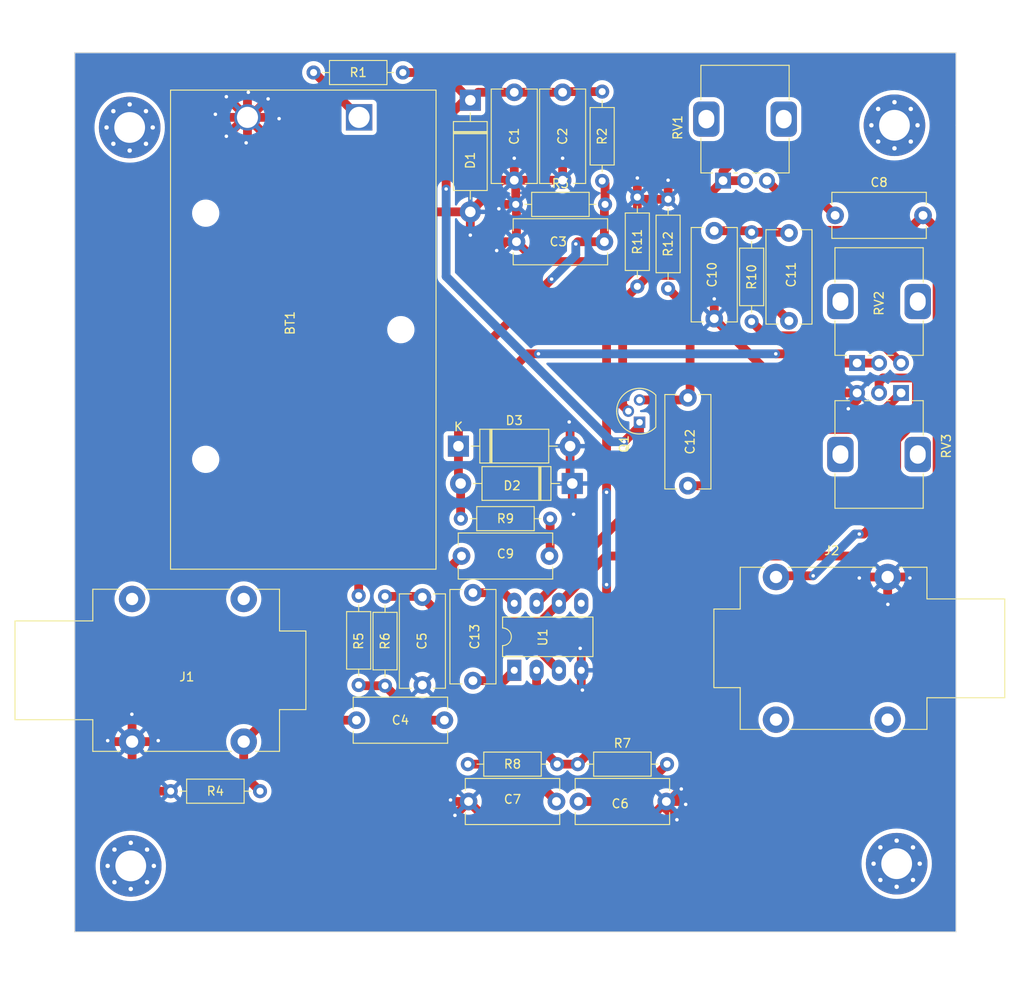
<source format=kicad_pcb>
(kicad_pcb (version 20221018) (generator pcbnew)
  (layers (0 "F.Cu" signal) (31 "B.Cu" signal) (34 "B.Paste" user) (35 "F.Paste" user) (36 "B.SilkS" user "B.Silkscreen") (37 "F.SilkS" user "F.Silkscreen") (38 "B.Mask" user) (39 "F.Mask" user) (44 "Edge.Cuts" user))
  (net 0 "")
  (net 1 "Net-(BT1-+)")
  (net 2 "GND")
  (net 3 "+9V")
  (net 4 "+4V")
  (net 5 "Net-(C4-Pad1)")
  (net 6 "Net-(C4-Pad2)")
  (net 7 "Net-(U1-+)")
  (net 8 "Net-(C6-Pad2)")
  (net 9 "Net-(C7-Pad2)")
  (net 10 "Net-(U1--)")
  (net 11 "Net-(C8-Pad2)")
  (net 12 "Net-(C9-Pad2)")
  (net 13 "Net-(C10-Pad2)")
  (net 14 "Net-(Q1-G)")
  (net 15 "Net-(C12-Pad1)")
  (net 16 "Net-(Q1-S)")
  (net 17 "Net-(C13-Pad1)")
  (net 18 "Net-(C13-Pad2)")
  (net 19 "Net-(D2-A)")
  (net 20 "Net-(J2-PadT)")
  (net 21 "Net-(R10-Pad2)")
  (footprint "Potentiometer_THT:Potentiometer_Alps_RK09K_Single_Vertical" (layer "F.Cu") (at 203.5 88.8 90)
    (fp_text reference "RV2" (at 6.8 2.5 90) (layer "F.SilkS"))
    (fp_text value "100ka")
    (pad "1" thru_hole rect (at 0 0 90) (size 1.8 1.8) (drill 1) (layers "*.Cu" "*.Mask") (net 19 "Net-(D2-A)"))
    (pad "2" thru_hole circle (at 0 2.5 90) (size 1.8 1.8) (drill 1) (layers "*.Cu" "*.Mask") (net 19 "Net-(D2-A)"))
    (pad "3" thru_hole circle (at 0 5 90) (size 1.8 1.8) (drill 1) (layers "*.Cu" "*.Mask") (net 21 "Net-(R10-Pad2)"))
    (pad "MP" thru_hole roundrect (at 7 -1.9 90) (size 4 3) (drill oval 2.1 1.8) (layers "*.Cu" "*.Mask"))
    (pad "MP" thru_hole roundrect (at 7 6.9 90) (size 4 3) (drill oval 2.1 1.8) (layers "*.Cu" "*.Mask"))
  )
  (footprint "Resistor_THT:R_Axial_DIN0207_L6.3mm_D2.5mm_P10.16mm_Horizontal" (layer "F.Cu") (at 125.42 137.5)
    (fp_text reference "R4" (at 5.08 0) (layer "F.SilkS"))
    (fp_text value "1M")
    (pad "1" thru_hole circle (at 0 0) (size 1.6 1.6) (drill 0.8) (layers "*.Cu" "*.Mask") (net 2 "GND"))
    (pad "2" thru_hole oval (at 10.16 0) (size 1.6 1.6) (drill 0.8) (layers "*.Cu" "*.Mask") (net 5 "Net-(C4-Pad1)"))
  )
  (footprint "Package_DIP:DIP-8_W7.62mm_LongPads" (layer "F.Cu") (at 164.5 123.75 90)
    (fp_text reference "U1" (at 3.75 3.25 90) (layer "F.SilkS"))
    (fp_text value "OP07")
    (pad "1" thru_hole rect (at 0 0 90) (size 2.4 1.6) (drill 0.8) (layers "*.Cu" "*.Mask") (net 17 "Net-(C13-Pad1)"))
    (pad "2" thru_hole oval (at 0 2.54 90) (size 2.4 1.6) (drill 0.8) (layers "*.Cu" "*.Mask") (net 10 "Net-(U1--)"))
    (pad "3" thru_hole oval (at 0 5.08 90) (size 2.4 1.6) (drill 0.8) (layers "*.Cu" "*.Mask") (net 7 "Net-(U1-+)"))
    (pad "4" thru_hole oval (at 0 7.62 90) (size 2.4 1.6) (drill 0.8) (layers "*.Cu" "*.Mask") (net 2 "GND"))
    (pad "5" thru_hole oval (at 7.62 7.62 90) (size 2.4 1.6) (drill 0.8) (layers "*.Cu" "*.Mask"))
    (pad "6" thru_hole oval (at 7.62 5.08 90) (size 2.4 1.6) (drill 0.8) (layers "*.Cu" "*.Mask") (net 11 "Net-(C8-Pad2)"))
    (pad "7" thru_hole oval (at 7.62 2.54 90) (size 2.4 1.6) (drill 0.8) (layers "*.Cu" "*.Mask") (net 3 "+9V"))
    (pad "8" thru_hole oval (at 7.62 0 90) (size 2.4 1.6) (drill 0.8) (layers "*.Cu" "*.Mask") (net 18 "Net-(C13-Pad2)"))
  )
  (footprint "MountingHole:MountingHole_3.5mm_Pad_Via" (layer "F.Cu") (at 120.875 146)
    (fp_text reference "H4" hide)
    (fp_text value "MountingHole")
    (pad "1" thru_hole circle (at -2.625 0) (size 0.8 0.8) (drill 0.5) (layers "*.Cu" "*.Mask"))
    (pad "1" thru_hole circle (at -1.856155 -1.856155) (size 0.8 0.8) (drill 0.5) (layers "*.Cu" "*.Mask"))
    (pad "1" thru_hole circle (at -1.856155 1.856155) (size 0.8 0.8) (drill 0.5) (layers "*.Cu" "*.Mask"))
    (pad "1" thru_hole circle (at 0 -2.625) (size 0.8 0.8) (drill 0.5) (layers "*.Cu" "*.Mask"))
    (pad "1" thru_hole circle (at 0 0) (size 7 7) (drill 3.5) (layers "*.Cu" "*.Mask"))
    (pad "1" thru_hole circle (at 0 2.625) (size 0.8 0.8) (drill 0.5) (layers "*.Cu" "*.Mask"))
    (pad "1" thru_hole circle (at 1.856155 -1.856155) (size 0.8 0.8) (drill 0.5) (layers "*.Cu" "*.Mask"))
    (pad "1" thru_hole circle (at 1.856155 1.856155) (size 0.8 0.8) (drill 0.5) (layers "*.Cu" "*.Mask"))
    (pad "1" thru_hole circle (at 2.625 0) (size 0.8 0.8) (drill 0.5) (layers "*.Cu" "*.Mask"))
  )
  (footprint "Battery:BatteryHolder_Eagle_12BH611-GR" (layer "F.Cu") (at 146.85 60.85 90)
    (fp_text reference "BT1" (at -23.4 -7.85 90) (layer "F.SilkS"))
    (fp_text value "9v")
    (pad "" np_thru_hole circle (at -38.9 -17.45 90) (size 2.6 2.6) (drill 2.6) (layers "*.Cu" "*.Mask"))
    (pad "" np_thru_hole circle (at -24.15 4.75 90) (size 2.6 2.6) (drill 2.6) (layers "*.Cu" "*.Mask"))
    (pad "" np_thru_hole circle (at -10.9 -17.45 90) (size 2.6 2.6) (drill 2.6) (layers "*.Cu" "*.Mask"))
    (pad "1" thru_hole rect (at 0 0 90) (size 3 3) (drill 2.4) (layers "*.Cu" "*.Mask") (net 1 "Net-(BT1-+)"))
    (pad "2" thru_hole circle (at 0 -12.7 90) (size 3 3) (drill 2.4) (layers "*.Cu" "*.Mask") (net 2 "GND"))
  )
  (footprint "Capacitor_THT:C_Disc_D10.5mm_W5.0mm_P10.00mm" (layer "F.Cu") (at 158.5 110.75)
    (fp_text reference "C9" (at 5 -0.25) (layer "F.SilkS"))
    (fp_text value "4.7u")
    (pad "1" thru_hole circle (at 0 0) (size 2 2) (drill 1) (layers "*.Cu" "*.Mask") (net 11 "Net-(C8-Pad2)"))
    (pad "2" thru_hole circle (at 10 0) (size 2 2) (drill 1) (layers "*.Cu" "*.Mask") (net 12 "Net-(C9-Pad2)"))
  )
  (footprint "Capacitor_THT:C_Disc_D10.5mm_W5.0mm_P10.00mm" (layer "F.Cu") (at 187.25 83.75 90)
    (fp_text reference "C10" (at 5 -0.25 90) (layer "F.SilkS"))
    (fp_text value "3.3n")
    (pad "1" thru_hole circle (at 0 0 90) (size 2 2) (drill 1) (layers "*.Cu" "*.Mask") (net 2 "GND"))
    (pad "2" thru_hole circle (at 10 0 90) (size 2 2) (drill 1) (layers "*.Cu" "*.Mask") (net 13 "Net-(C10-Pad2)"))
  )
  (footprint "Potentiometer_THT:Potentiometer_Alps_RK09K_Single_Vertical" (layer "F.Cu") (at 188.25 68.05 90)
    (fp_text reference "RV1" (at 6.05 -5.15 90) (layer "F.SilkS"))
    (fp_text value "100ka")
    (pad "1" thru_hole rect (at 0 0 90) (size 1.8 1.8) (drill 1) (layers "*.Cu" "*.Mask") (net 10 "Net-(U1--)"))
    (pad "2" thru_hole circle (at 0 2.5 90) (size 1.8 1.8) (drill 1) (layers "*.Cu" "*.Mask") (net 10 "Net-(U1--)"))
    (pad "3" thru_hole circle (at 0 5 90) (size 1.8 1.8) (drill 1) (layers "*.Cu" "*.Mask") (net 11 "Net-(C8-Pad2)"))
    (pad "MP" thru_hole roundrect (at 7 -1.9 90) (size 4 3) (drill oval 2.1 1.8) (layers "*.Cu" "*.Mask"))
    (pad "MP" thru_hole roundrect (at 7 6.9 90) (size 4 3) (drill oval 2.1 1.8) (layers "*.Cu" "*.Mask"))
  )
  (footprint "MountingHole:MountingHole_3.5mm_Pad_Via" (layer "F.Cu") (at 208 145.75)
    (fp_text reference "H2" hide)
    (fp_text value "MountingHole")
    (pad "1" thru_hole circle (at -2.625 0) (size 0.8 0.8) (drill 0.5) (layers "*.Cu" "*.Mask"))
    (pad "1" thru_hole circle (at -1.856155 -1.856155) (size 0.8 0.8) (drill 0.5) (layers "*.Cu" "*.Mask"))
    (pad "1" thru_hole circle (at -1.856155 1.856155) (size 0.8 0.8) (drill 0.5) (layers "*.Cu" "*.Mask"))
    (pad "1" thru_hole circle (at 0 -2.625) (size 0.8 0.8) (drill 0.5) (layers "*.Cu" "*.Mask"))
    (pad "1" thru_hole circle (at 0 0) (size 7 7) (drill 3.5) (layers "*.Cu" "*.Mask"))
    (pad "1" thru_hole circle (at 0 2.625) (size 0.8 0.8) (drill 0.5) (layers "*.Cu" "*.Mask"))
    (pad "1" thru_hole circle (at 1.856155 -1.856155) (size 0.8 0.8) (drill 0.5) (layers "*.Cu" "*.Mask"))
    (pad "1" thru_hole circle (at 1.856155 1.856155) (size 0.8 0.8) (drill 0.5) (layers "*.Cu" "*.Mask"))
    (pad "1" thru_hole circle (at 2.625 0) (size 0.8 0.8) (drill 0.5) (layers "*.Cu" "*.Mask"))
  )
  (footprint "Capacitor_THT:C_Disc_D10.5mm_W5.0mm_P10.00mm" (layer "F.Cu") (at 181.8 138.675 180)
    (fp_text reference "C6" (at 5.25 -0.25) (layer "F.SilkS"))
    (fp_text value "2.2u")
    (pad "1" thru_hole circle (at 0 0 180) (size 2 2) (drill 1) (layers "*.Cu" "*.Mask") (net 2 "GND"))
    (pad "2" thru_hole circle (at 10 0 180) (size 2 2) (drill 1) (layers "*.Cu" "*.Mask") (net 8 "Net-(C6-Pad2)"))
  )
  (footprint "Resistor_THT:R_Axial_DIN0207_L6.3mm_D2.5mm_P10.16mm_Horizontal" (layer "F.Cu") (at 149.8 115.345 -90)
    (fp_text reference "R6" (at 5.08 0 90) (layer "F.SilkS"))
    (fp_text value "1k")
    (pad "1" thru_hole circle (at 0 0 270) (size 1.6 1.6) (drill 0.8) (layers "*.Cu" "*.Mask") (net 7 "Net-(U1-+)"))
    (pad "2" thru_hole oval (at 10.16 0 270) (size 1.6 1.6) (drill 0.8) (layers "*.Cu" "*.Mask") (net 6 "Net-(C4-Pad2)"))
  )
  (footprint "Capacitor_THT:C_Disc_D10.5mm_W5.0mm_P10.00mm" (layer "F.Cu") (at 154.05 125.425 90)
    (fp_text reference "C5" (at 5 -0.05 90) (layer "F.SilkS"))
    (fp_text value "1n")
    (pad "1" thru_hole circle (at 0 0 90) (size 2 2) (drill 1) (layers "*.Cu" "*.Mask") (net 2 "GND"))
    (pad "2" thru_hole circle (at 10 0 90) (size 2 2) (drill 1) (layers "*.Cu" "*.Mask") (net 7 "Net-(U1-+)"))
  )
  (footprint "Capacitor_THT:C_Disc_D10.5mm_W5.0mm_P10.00mm" (layer "F.Cu") (at 159.8 124.925 90)
    (fp_text reference "C13" (at 5 0.2 90) (layer "F.SilkS"))
    (fp_text value "30p")
    (pad "1" thru_hole circle (at 0 0 90) (size 2 2) (drill 1) (layers "*.Cu" "*.Mask") (net 17 "Net-(C13-Pad1)"))
    (pad "2" thru_hole circle (at 10 0 90) (size 2 2) (drill 1) (layers "*.Cu" "*.Mask") (net 18 "Net-(C13-Pad2)"))
  )
  (footprint "Potentiometer_THT:Potentiometer_Alps_RK09K_Single_Vertical" (layer "F.Cu") (at 208.5 92.2 -90)
    (fp_text reference "RV3" (at 6.05 -5.15 90) (layer "F.SilkS"))
    (fp_text value "100ka")
    (pad "1" thru_hole rect (at 0 0 270) (size 1.8 1.8) (drill 1) (layers "*.Cu" "*.Mask") (net 15 "Net-(C12-Pad1)"))
    (pad "2" thru_hole circle (at 0 2.5 270) (size 1.8 1.8) (drill 1) (layers "*.Cu" "*.Mask") (net 20 "Net-(J2-PadT)"))
    (pad "3" thru_hole circle (at 0 5 270) (size 1.8 1.8) (drill 1) (layers "*.Cu" "*.Mask") (net 2 "GND"))
    (pad "MP" thru_hole roundrect (at 7 -1.9 270) (size 4 3) (drill oval 2.1 1.8) (layers "*.Cu" "*.Mask"))
    (pad "MP" thru_hole roundrect (at 7 6.9 270) (size 4 3) (drill oval 2.1 1.8) (layers "*.Cu" "*.Mask"))
  )
  (footprint "Capacitor_THT:C_Disc_D10.5mm_W5.0mm_P10.00mm" (layer "F.Cu") (at 195.75 84 90)
    (fp_text reference "C11" (at 5.25 0.25 90) (layer "F.SilkS"))
    (fp_text value "22n")
    (pad "1" thru_hole circle (at 0 0 90) (size 2 2) (drill 1) (layers "*.Cu" "*.Mask") (net 14 "Net-(Q1-G)"))
    (pad "2" thru_hole circle (at 10 0 90) (size 2 2) (drill 1) (layers "*.Cu" "*.Mask") (net 13 "Net-(C10-Pad2)"))
  )
  (footprint "Connector_Audio:Jack_6.35mm_Neutrik_NMJ4HHD2_Horizontal" (layer "F.Cu") (at 194.275 113.135)
    (fp_text reference "J2" (at 6.35 -3) (layer "F.SilkS"))
    (fp_text value "Output")
    (pad "S" thru_hole circle (at 12.7 0) (size 3 3) (drill 1.4) (layers "*.Cu" "*.Mask") (net 2 "GND"))
    (pad "SN" thru_hole circle (at 12.7 16.23) (size 3 3) (drill 1.4) (layers "*.Cu" "*.Mask"))
    (pad "T" thru_hole circle (at 0 0) (size 3 3) (drill 1.4) (layers "*.Cu" "*.Mask") (net 20 "Net-(J2-PadT)"))
    (pad "TN" thru_hole circle (at 0 16.23) (size 3 3) (drill 1.4) (layers "*.Cu" "*.Mask"))
  )
  (footprint "Diode_THT:D_DO-15_P12.70mm_Horizontal" (layer "F.Cu") (at 159.5 58.9 -90)
    (fp_text reference "D1" (at 6.85 0 90) (layer "F.SilkS"))
    (fp_text value "D")
    (pad "1" thru_hole rect (at 0 0 270) (size 2.4 2.4) (drill 1.2) (layers "*.Cu" "*.Mask") (net 3 "+9V"))
    (pad "2" thru_hole oval (at 12.7 0 270) (size 2.4 2.4) (drill 1.2) (layers "*.Cu" "*.Mask") (net 2 "GND"))
  )
  (footprint "MountingHole:MountingHole_3.5mm_Pad_Via" (layer "F.Cu") (at 207.75 61.75)
    (fp_text reference "H1" hide)
    (fp_text value "MountingHole")
    (pad "1" thru_hole circle (at -2.625 0) (size 0.8 0.8) (drill 0.5) (layers "*.Cu" "*.Mask"))
    (pad "1" thru_hole circle (at -1.856155 -1.856155) (size 0.8 0.8) (drill 0.5) (layers "*.Cu" "*.Mask"))
    (pad "1" thru_hole circle (at -1.856155 1.856155) (size 0.8 0.8) (drill 0.5) (layers "*.Cu" "*.Mask"))
    (pad "1" thru_hole circle (at 0 -2.625) (size 0.8 0.8) (drill 0.5) (layers "*.Cu" "*.Mask"))
    (pad "1" thru_hole circle (at 0 0) (size 7 7) (drill 3.5) (layers "*.Cu" "*.Mask"))
    (pad "1" thru_hole circle (at 0 2.625) (size 0.8 0.8) (drill 0.5) (layers "*.Cu" "*.Mask"))
    (pad "1" thru_hole circle (at 1.856155 -1.856155) (size 0.8 0.8) (drill 0.5) (layers "*.Cu" "*.Mask"))
    (pad "1" thru_hole circle (at 1.856155 1.856155) (size 0.8 0.8) (drill 0.5) (layers "*.Cu" "*.Mask"))
    (pad "1" thru_hole circle (at 2.625 0) (size 0.8 0.8) (drill 0.5) (layers "*.Cu" "*.Mask"))
  )
  (footprint "Resistor_THT:R_Axial_DIN0207_L6.3mm_D2.5mm_P10.16mm_Horizontal" (layer "F.Cu") (at 191.5 73.92 -90)
    (fp_text reference "R10" (at 5.08 0 90) (layer "F.SilkS"))
    (fp_text value "1k5")
    (pad "1" thru_hole circle (at 0 0 270) (size 1.6 1.6) (drill 0.8) (layers "*.Cu" "*.Mask") (net 13 "Net-(C10-Pad2)"))
    (pad "2" thru_hole oval (at 10.16 0 270) (size 1.6 1.6) (drill 0.8) (layers "*.Cu" "*.Mask") (net 21 "Net-(R10-Pad2)"))
  )
  (footprint "Package_TO_SOT_THT:TO-92" (layer "F.Cu") (at 178.75 95.54 90)
    (fp_text reference "Q1" (at -2.46 -1.75 90) (layer "F.SilkS"))
    (fp_text value "2N3819")
    (pad "1" thru_hole rect (at 0 0 90) (size 1.3 1.3) (drill 0.75) (layers "*.Cu" "*.Mask") (net 3 "+9V"))
    (pad "2" thru_hole circle (at 1.27 -1.27 90) (size 1.3 1.3) (drill 0.75) (layers "*.Cu" "*.Mask") (net 14 "Net-(Q1-G)"))
    (pad "3" thru_hole circle (at 2.54 0 90) (size 1.3 1.3) (drill 0.75) (layers "*.Cu" "*.Mask") (net 16 "Net-(Q1-S)"))
  )
  (footprint "Resistor_THT:R_Axial_DIN0207_L6.3mm_D2.5mm_P10.16mm_Horizontal" (layer "F.Cu") (at 146.8 125.425 90)
    (fp_text reference "R5" (at 5 0 90) (layer "F.SilkS"))
    (fp_text value "1M")
    (pad "1" thru_hole circle (at 0 0 90) (size 1.6 1.6) (drill 0.8) (layers "*.Cu" "*.Mask") (net 6 "Net-(C4-Pad2)"))
    (pad "2" thru_hole oval (at 10.16 0 90) (size 1.6 1.6) (drill 0.8) (layers "*.Cu" "*.Mask") (net 4 "+4V"))
  )
  (footprint "Capacitor_THT:C_Disc_D10.5mm_W5.0mm_P10.00mm" (layer "F.Cu") (at 164.5 58 -90)
    (fp_text reference "C1" (at 5 0 90) (layer "F.SilkS"))
    (fp_text value "100u")
    (pad "1" thru_hole circle (at 0 0 270) (size 2 2) (drill 1) (layers "*.Cu" "*.Mask") (net 3 "+9V"))
    (pad "2" thru_hole circle (at 10 0 270) (size 2 2) (drill 1) (layers "*.Cu" "*.Mask") (net 2 "GND"))
  )
  (footprint "Capacitor_THT:C_Disc_D10.5mm_W5.0mm_P10.00mm" (layer "F.Cu") (at 184.25 102.75 90)
    (fp_text reference "C12" (at 5 0.25 90) (layer "F.SilkS"))
    (fp_text value "22n")
    (pad "1" thru_hole circle (at 0 0 90) (size 2 2) (drill 1) (layers "*.Cu" "*.Mask") (net 15 "Net-(C12-Pad1)"))
    (pad "2" thru_hole circle (at 10 0 90) (size 2 2) (drill 1) (layers "*.Cu" "*.Mask") (net 16 "Net-(Q1-S)"))
  )
  (footprint "Resistor_THT:R_Axial_DIN0207_L6.3mm_D2.5mm_P10.16mm_Horizontal" (layer "F.Cu") (at 178.5 69.92 -90)
    (fp_text reference "R11" (at 5.08 0 90) (layer "F.SilkS"))
    (fp_text value "1M")
    (pad "1" thru_hole circle (at 0 0 270) (size 1.6 1.6) (drill 0.8) (layers "*.Cu" "*.Mask") (net 2 "GND"))
    (pad "2" thru_hole oval (at 10.16 0 270) (size 1.6 1.6) (drill 0.8) (layers "*.Cu" "*.Mask") (net 14 "Net-(Q1-G)"))
  )
  (footprint "Resistor_THT:R_Axial_DIN0207_L6.3mm_D2.5mm_P10.16mm_Horizontal" (layer "F.Cu") (at 171.72 134.425)
    (fp_text reference "R7" (at 5.08 -2.37) (layer "F.SilkS"))
    (fp_text value "47")
    (pad "1" thru_hole circle (at 0 0) (size 1.6 1.6) (drill 0.8) (layers "*.Cu" "*.Mask") (net 10 "Net-(U1--)"))
    (pad "2" thru_hole oval (at 10.16 0) (size 1.6 1.6) (drill 0.8) (layers "*.Cu" "*.Mask") (net 8 "Net-(C6-Pad2)"))
  )
  (footprint "Resistor_THT:R_Axial_DIN0207_L6.3mm_D2.5mm_P10.16mm_Horizontal" (layer "F.Cu") (at 169.38 134.425 180)
    (fp_text reference "R8" (at 5.08 0) (layer "F.SilkS"))
    (fp_text value "560")
    (pad "1" thru_hole circle (at 0 0 180) (size 1.6 1.6) (drill 0.8) (layers "*.Cu" "*.Mask") (net 10 "Net-(U1--)"))
    (pad "2" thru_hole oval (at 10.16 0 180) (size 1.6 1.6) (drill 0.8) (layers "*.Cu" "*.Mask") (net 9 "Net-(C7-Pad2)"))
  )
  (footprint "Resistor_THT:R_Axial_DIN0207_L6.3mm_D2.5mm_P10.16mm_Horizontal" (layer "F.Cu") (at 174.5 68.08 90)
    (fp_text reference "R2" (at 5.08 0 90) (layer "F.SilkS"))
    (fp_text value "100k")
    (pad "1" thru_hole circle (at 0 0 90) (size 1.6 1.6) (drill 0.8) (layers "*.Cu" "*.Mask") (net 4 "+4V"))
    (pad "2" thru_hole oval (at 10.16 0 90) (size 1.6 1.6) (drill 0.8) (layers "*.Cu" "*.Mask") (net 3 "+9V"))
  )
  (footprint "Capacitor_THT:C_Disc_D10.5mm_W5.0mm_P10.00mm" (layer "F.Cu") (at 146.55 129.425)
    (fp_text reference "C4" (at 5 0) (layer "F.SilkS"))
    (fp_text value "22u")
    (pad "1" thru_hole circle (at 0 0) (size 2 2) (drill 1) (layers "*.Cu" "*.Mask") (net 5 "Net-(C4-Pad1)"))
    (pad "2" thru_hole circle (at 10 0) (size 2 2) (drill 1) (layers "*.Cu" "*.Mask") (net 6 "Net-(C4-Pad2)"))
  )
  (footprint "Resistor_THT:R_Axial_DIN0207_L6.3mm_D2.5mm_P10.16mm_Horizontal" (layer "F.Cu") (at 164.67 70.75)
    (fp_text reference "R3" (at 5.08 -2.37) (layer "F.SilkS"))
    (fp_text value "100k")
    (pad "1" thru_hole circle (at 0 0) (size 1.6 1.6) (drill 0.8) (layers "*.Cu" "*.Mask") (net 2 "GND"))
    (pad "2" thru_hole oval (at 10.16 0) (size 1.6 1.6) (drill 0.8) (layers "*.Cu" "*.Mask") (net 4 "+4V"))
  )
  (footprint "Capacitor_THT:C_Disc_D10.5mm_W5.0mm_P10.00mm" (layer "F.Cu") (at 174.75 75 180)
    (fp_text reference "C3" (at 5.25 0) (layer "F.SilkS"))
    (fp_text value "1u")
    (pad "1" thru_hole circle (at 0 0 180) (size 2 2) (drill 1) (layers "*.Cu" "*.Mask") (net 4 "+4V"))
    (pad "2" thru_hole circle (at 10 0 180) (size 2 2) (drill 1) (layers "*.Cu" "*.Mask") (net 2 "GND"))
  )
  (footprint "Resistor_THT:R_Axial_DIN0207_L6.3mm_D2.5mm_P10.16mm_Horizontal" (layer "F.Cu") (at 158.42 106.5)
    (fp_text reference "R9" (at 5.08 0) (layer "F.SilkS"))
    (fp_text value "1k")
    (pad "1" thru_hole circle (at 0 0) (size 1.6 1.6) (drill 0.8) (layers "*.Cu" "*.Mask") (net 19 "Net-(D2-A)"))
    (pad "2" thru_hole oval (at 10.16 0) (size 1.6 1.6) (drill 0.8) (layers "*.Cu" "*.Mask") (net 12 "Net-(C9-Pad2)"))
  )
  (footprint "Resistor_THT:R_Axial_DIN0207_L6.3mm_D2.5mm_P10.16mm_Horizontal" (layer "F.Cu") (at 182 70.17 -90)
    (fp_text reference "R12" (at 5.08 0 90) (layer "F.SilkS"))
    (fp_text value "10k")
    (pad "1" thru_hole circle (at 0 0 270) (size 1.6 1.6) (drill 0.8) (layers "*.Cu" "*.Mask") (net 2 "GND"))
    (pad "2" thru_hole oval (at 10.16 0 270) (size 1.6 1.6) (drill 0.8) (layers "*.Cu" "*.Mask") (net 16 "Net-(Q1-S)"))
  )
  (footprint "Capacitor_THT:C_Disc_D10.5mm_W5.0mm_P10.00mm" (layer "F.Cu") (at 201 72)
    (fp_text reference "C8" (at 5 -3.75) (layer "F.SilkS"))
    (fp_text value "100p")
    (pad "1" thru_hole circle (at 0 0) (size 2 2) (drill 1) (layers "*.Cu" "*.Mask") (net 10 "Net-(U1--)"))
    (pad "2" thru_hole circle (at 10 0) (size 2 2) (drill 1) (layers "*.Cu" "*.Mask") (net 11 "Net-(C8-Pad2)"))
  )
  (footprint "MountingHole:MountingHole_3.5mm_Pad_Via" (layer "F.Cu") (at 120.75 62)
    (fp_text reference "H3" hide)
    (fp_text value "MountingHole")
    (pad "1" thru_hole circle (at -2.625 0) (size 0.8 0.8) (drill 0.5) (layers "*.Cu" "*.Mask"))
    (pad "1" thru_hole circle (at -1.856155 -1.856155) (size 0.8 0.8) (drill 0.5) (layers "*.Cu" "*.Mask"))
    (pad "1" thru_hole circle (at -1.856155 1.856155) (size 0.8 0.8) (drill 0.5) (layers "*.Cu" "*.Mask"))
    (pad "1" thru_hole circle (at 0 -2.625) (size 0.8 0.8) (drill 0.5) (layers "*.Cu" "*.Mask"))
    (pad "1" thru_hole circle (at 0 0) (size 7 7) (drill 3.5) (layers "*.Cu" "*.Mask"))
    (pad "1" thru_hole circle (at 0 2.625) (size 0.8 0.8) (drill 0.5) (layers "*.Cu" "*.Mask"))
    (pad "1" thru_hole circle (at 1.856155 -1.856155) (size 0.8 0.8) (drill 0.5) (layers "*.Cu" "*.Mask"))
    (pad "1" thru_hole circle (at 1.856155 1.856155) (size 0.8 0.8) (drill 0.5) (layers "*.Cu" "*.Mask"))
    (pad "1" thru_hole circle (at 2.625 0) (size 0.8 0.8) (drill 0.5) (layers "*.Cu" "*.Mask"))
  )
  (footprint "Connector_Audio:Jack_6.35mm_Neutrik_NMJ4HHD2_Horizontal" (layer "F.Cu") (at 133.725 131.865 180)
    (fp_text reference "J1" (at 6.475 7.365) (layer "F.SilkS"))
    (fp_text value "Input")
    (pad "S" thru_hole circle (at 12.7 0 180) (size 3 3) (drill 1.4) (layers "*.Cu" "*.Mask") (net 2 "GND"))
    (pad "SN" thru_hole circle (at 12.7 16.23 180) (size 3 3) (drill 1.4) (layers "*.Cu" "*.Mask"))
    (pad "T" thru_hole circle (at 0 0 180) (size 3 3) (drill 1.4) (layers "*.Cu" "*.Mask") (net 5 "Net-(C4-Pad1)"))
    (pad "TN" thru_hole circle (at 0 16.23 180) (size 3 3) (drill 1.4) (layers "*.Cu" "*.Mask"))
  )
  (footprint "Resistor_THT:R_Axial_DIN0207_L6.3mm_D2.5mm_P10.16mm_Horizontal" (layer "F.Cu") (at 141.67 55.75)
    (fp_text reference "R1" (at 5.08 0) (layer "F.SilkS"))
    (fp_text value "47")
    (pad "1" thru_hole circle (at 0 0) (size 1.6 1.6) (drill 0.8) (layers "*.Cu" "*.Mask") (net 1 "Net-(BT1-+)"))
    (pad "2" thru_hole oval (at 10.16 0) (size 1.6 1.6) (drill 0.8) (layers "*.Cu" "*.Mask") (net 3 "+9V"))
  )
  (footprint "Diode_THT:D_DO-15_P12.70mm_Horizontal" (layer "F.Cu") (at 158.15 98.25)
    (fp_text reference "D3" (at 6.35 -2.92) (layer "F.SilkS"))
    (fp_text value "D")
    (fp_text user "K" (at 0 -2.2) (layer "F.SilkS"))
    (pad "1" thru_hole rect (at 0 0) (size 2.4 2.4) (drill 1.2) (layers "*.Cu" "*.Mask") (net 19 "Net-(D2-A)"))
    (pad "2" thru_hole oval (at 12.7 0) (size 2.4 2.4) (drill 1.2) (layers "*.Cu" "*.Mask") (net 2 "GND"))
  )
  (footprint "Capacitor_THT:C_Disc_D10.5mm_W5.0mm_P10.00mm" (layer "F.Cu") (at 159.3 138.675)
    (fp_text reference "C7" (at 5 -0.25) (layer "F.SilkS"))
    (fp_text value "4.7u")
    (pad "1" thru_hole circle (at 0 0) (size 2 2) (drill 1) (layers "*.Cu" "*.Mask") (net 2 "GND"))
    (pad "2" thru_hole circle (at 10 0) (size 2 2) (drill 1) (layers "*.Cu" "*.Mask") (net 9 "Net-(C7-Pad2)"))
  )
  (footprint "Capacitor_THT:C_Disc_D10.5mm_W5.0mm_P10.00mm" (layer "F.Cu") (at 170 58 -90)
    (fp_text reference "C2" (at 5 0 90) (layer "F.SilkS"))
    (fp_text value "100n")
    (pad "1" thru_hole circle (at 0 0 270) (size 2 2) (drill 1) (layers "*.Cu" "*.Mask") (net 3 "+9V"))
    (pad "2" thru_hole circle (at 10 0 270) (size 2 2) (drill 1) (layers "*.Cu" "*.Mask") (net 2 "GND"))
  )
  (footprint "Diode_THT:D_DO-15_P12.70mm_Horizontal" (layer "F.Cu") (at 171.1 102.5 180)
    (fp_text reference "D2" (at 6.85 -0.25) (layer "F.SilkS"))
    (fp_text value "D")
    (pad "1" thru_hole rect (at 0 0 180) (size 2.4 2.4) (drill 1.2) (layers "*.Cu" "*.Mask") (net 2 "GND"))
    (pad "2" thru_hole oval (at 12.7 0 180) (size 2.4 2.4) (drill 1.2) (layers "*.Cu" "*.Mask") (net 19 "Net-(D2-A)"))
  )
  (gr_line (start 120.875 153.5) (end 208 153.5) (stroke (width 0.1)) (layer "Edge.Cuts"))
  (gr_line (start 214.75 61.75) (end 214.75 145.75) (stroke (width 0.1)) (layer "Edge.Cuts"))
  (gr_line (start 120.875 153.5) (end 114.5 153.5) (stroke (width 0.1)) (layer "Edge.Cuts"))
  (gr_line (start 114.5 153.5) (end 114.5 146.25) (stroke (width 0.1)) (layer "Edge.Cuts"))
  (gr_line (start 208 153.5) (end 214.75 153.5) (stroke (width 0.1)) (layer "Edge.Cuts"))
  (gr_line (start 207.75 53.5) (end 214.75 53.5) (stroke (width 0.1)) (layer "Edge.Cuts"))
  (gr_line (start 214.75 53.5) (end 214.75 61.75) (stroke (width 0.1)) (layer "Edge.Cuts"))
  (gr_line (start 214.75 153.5) (end 214.75 145.75) (stroke (width 0.1)) (layer "Edge.Cuts"))
  (gr_line (start 114.5 62) (end 114.5 53.5) (stroke (width 0.1)) (layer "Edge.Cuts"))
  (gr_line (start 114.5 62.25) (end 114.5 62) (stroke (width 0.1)) (layer "Edge.Cuts"))
  (gr_line (start 120.75 53.5) (end 207.75 53.5) (stroke (width 0.1)) (layer "Edge.Cuts"))
  (gr_line (start 114.5 62.25) (end 114.5 146.25) (stroke (width 0.1)) (layer "Edge.Cuts"))
  (gr_line (start 114.5 53.5) (end 120.75 53.5) (stroke (width 0.1)) (layer "Edge.Cuts"))
  (segment (start 141.67 55.75) (end 141.75 55.75) (width 1) (layer "F.Cu") (net 1))
  (segment (start 141.75 55.75) (end 146.85 60.85) (width 1) (layer "F.Cu") (net 1))
  (segment (start 183.675 138.675) (end 184 139) (width 1) (layer "F.Cu") (net 2))
  (segment (start 159.5 71.6) (end 159.5 74.25) (width 1) (layer "F.Cu") (net 2))
  (segment (start 121.025 131.865) (end 123.885 131.865) (width 1) (layer "F.Cu") (net 2))
  (segment (start 137.6 60.85) (end 137.75 61) (width 1) (layer "F.Cu") (net 2))
  (segment (start 164.5 68) (end 163.1 68) (width 1) (layer "F.Cu") (net 2))
  (segment (start 178.5 69.92) (end 178.5 75.5) (width 1) (layer "F.Cu") (net 2))
  (segment (start 187.25 83.75) (end 187.25 81.5) (width 1) (layer "F.Cu") (net 2))
  (segment (start 164.67 70.75) (end 163.25 70.75) (width 1) (layer "F.Cu") (net 2))
  (segment (start 159.3 138.7) (end 157.75 140.25) (width 1) (layer "F.Cu") (net 2))
  (segment (start 133.9 60.85) (end 131.75 63) (width 1) (layer "F.Cu") (net 2))
  (segment (start 172.12 121.37) (end 172 121.25) (width 1) (layer "F.Cu") (net 2))
  (segment (start 164.75 75) (end 164.75 70.83) (width 1) (layer "F.Cu") (net 2))
  (segment (start 181.8 138.675) (end 181.8 139.55) (width 1) (layer "F.Cu") (net 2))
  (segment (start 181.8 138.675) (end 183.675 138.675) (width 1) (layer "F.Cu") (net 2))
  (segment (start 134.4 60.85) (end 136.5 58.75) (width 1) (layer "F.Cu") (net 2))
  (segment (start 134.15 63.6) (end 134 63.75) (width 1) (layer "F.Cu") (net 2))
  (segment (start 121.025 136.525) (end 122 137.5) (width 1) (layer "F.Cu") (net 2))
  (segment (start 134.15 60.85) (end 133.9 60.85) (width 1) (layer "F.Cu") (net 2))
  (segment (start 209.385 113.135) (end 209.5 113.25) (width 1) (layer "F.Cu") (net 2))
  (segment (start 182 70.17) (end 178.75 70.17) (width 1) (layer "F.Cu") (net 2))
  (segment (start 178.5 69.92) (end 178.5 67.75) (width 1) (layer "F.Cu") (net 2))
  (segment (start 157.425 138.675) (end 157.25 138.5) (width 1) (layer "F.Cu") (net 2))
  (segment (start 163.125 142.5) (end 159.3 138.675) (width 1) (layer "F.Cu") (net 2))
  (segment (start 203.5 93) (end 202.5 94) (width 1) (layer "F.Cu") (net 2))
  (segment (start 181.8 138.675) (end 177.975 142.5) (width 1) (layer "F.Cu") (net 2))
  (segment (start 187.25 83.75) (end 195.7 92.2) (width 1) (layer "F.Cu") (net 2))
  (segment (start 182.075 138.675) (end 183.5 137.25) (width 1) (layer "F.Cu") (net 2))
  (segment (start 164.75 70.83) (end 164.67 70.75) (width 1) (layer "F.Cu") (net 2))
  (segment (start 134.1 60.85) (end 131.75 58.5) (width 1) (layer "F.Cu") (net 2))
  (segment (start 121.025 128.775) (end 121 128.75) (width 1) (layer "F.Cu") (net 2))
  (segment (start 171.1 102.5) (end 171.1 105.85) (width 1) (layer "F.Cu") (net 2))
  (segment (start 134.15 60.85) (end 144.9 71.6) (width 1) (layer "F.Cu") (net 2))
  (segment (start 206.975 113.135) (end 203.865 113.135) (width 1) (layer "F.Cu") (net 2))
  (segment (start 134.15 60.85) (end 130.85 60.85) (width 1) (layer "F.Cu") (net 2))
  (segment (start 167 77.25) (end 164.75 75) (width 1) (layer "F.Cu") (net 2))
  (segment (start 170 68) (end 170 65.5) (width 1) (layer "F.Cu") (net 2))
  (segment (start 134.15 60.85) (end 137.6 60.85) (width 1) (layer "F.Cu") (net 2))
  (segment (start 206.975 113.135) (end 206.975 116.225) (width 1) (layer "F.Cu") (net 2))
  (segment (start 163.1 68) (end 159.5 71.6) (width 1) (layer "F.Cu") (net 2))
  (segment (start 163.5 75) (end 162.5 76) (width 1) (layer "F.Cu") (net 2))
  (segment (start 121.025 131.865) (end 121.025 128.775) (width 1) (layer "F.Cu") (net 2))
  (segment (start 206.975 116.225) (end 207 116.25) (width 1) (layer "F.Cu") (net 2))
  (segment (start 170 68) (end 164.5 68) (width 1) (layer "F.Cu") (net 2))
  (segment (start 171.1 105.85) (end 171.25 106) (width 1) (layer "F.Cu") (net 2))
  (segment (start 121.025 131.865) (end 121.025 136.525) (width 1) (layer "F.Cu") (net 2))
  (segment (start 130.85 60.85) (end 130.5 60.5) (width 1) (layer "F.Cu") (net 2))
  (segment (start 172.12 123.75) (end 172.12 125.87) (width 1) (layer "F.Cu") (net 2))
  (segment (start 178.5 75.5) (end 176.75 77.25) (width 1) (layer "F.Cu") (net 2))
  (segment (start 172.12 125.87) (end 172.25 126) (width 1) (layer "F.Cu") (net 2))
  (segment (start 170.85 98.25) (end 170.85 95.6) (width 1) (layer "F.Cu") (net 2))
  (segment (start 176.75 77.25) (end 167 77.25) (width 1) (layer "F.Cu") (net 2))
  (segment (start 144.9 71.6) (end 159.5 71.6) (width 1) (layer "F.Cu") (net 2))
  (segment (start 122 137.5) (end 125.42 137.5) (width 1) (layer "F.Cu") (net 2))
  (segment (start 163.25 70.75) (end 162.75 71.25) (width 1) (layer "F.Cu") (net 2))
  (segment (start 134.15 60.85) (end 134.4 60.85) (width 1) (layer "F.Cu") (net 2))
  (segment (start 134.15 60.85) (end 134.1 60.85) (width 1) (layer "F.Cu") (net 2))
  (segment (start 177.975 142.5) (end 163.125 142.5) (width 1) (layer "F.Cu") (net 2))
  (segment (start 203.865 113.135) (end 203.75 113.25) (width 1) (layer "F.Cu") (net 2))
  (segment (start 134.15 60.85) (end 134.15 58.1) (width 1) (layer "F.Cu") (net 2))
  (segment (start 181.8 138.675) (end 182.075 138.675) (width 1) (layer "F.Cu") (net 2))
  (segment (start 164.67 70.75) (end 164.67 68.17) (width 1) (layer "F.Cu") (net 2))
  (segment (start 164.5 68) (end 164.5 65.5) (width 1) (layer "F.Cu") (net 2))
  (segment (start 118.365 131.865) (end 118.25 131.75) (width 1) (layer "F.Cu") (net 2))
  (segment (start 170.85 95.6) (end 170.75 95.5) (width 1) (layer "F.Cu") (net 2))
  (segment (start 159.3 138.675) (end 159.3 138.7) (width 1) (layer "F.Cu") (net 2))
  (segment (start 203.5 92.2) (end 203.5 93) (width 1) (layer "F.Cu") (net 2))
  (segment (start 206.975 113.135) (end 209.385 113.135) (width 1) (layer "F.Cu") (net 2))
  (segment (start 181.8 139.55) (end 183 140.75) (width 1) (layer "F.Cu") (net 2))
  (segment (start 182 70.17) (end 182 68) (width 1) (layer "F.Cu") (net 2))
  (segment (start 121.025 131.865) (end 118.365 131.865) (width 1) (layer "F.Cu") (net 2))
  (segment (start 123.885 131.865) (end 124 131.75) (width 1) (layer "F.Cu") (net 2))
  (segment (start 195.7 92.2) (end 203.5 92.2) (width 1) (layer "F.Cu") (net 2))
  (segment (start 172.12 123.75) (end 172.12 121.37) (width 1) (layer "F.Cu") (net 2))
  (segment (start 178.75 70.17) (end 178.5 69.92) (width 1) (layer "F.Cu") (net 2))
  (segment (start 159.3 138.675) (end 157.425 138.675) (width 1) (layer "F.Cu") (net 2))
  (segment (start 134.15 60.85) (end 134.15 63.6) (width 1) (layer "F.Cu") (net 2))
  (segment (start 170.85 98.25) (end 170.85 102.25) (width 1) (layer "F.Cu") (net 2))
  (segment (start 164.67 68.17) (end 164.5 68) (width 1) (layer "F.Cu") (net 2))
  (segment (start 134.15 58.1) (end 134.25 58) (width 1) (layer "F.Cu") (net 2))
  (segment (start 164.75 75) (end 163.5 75) (width 1) (layer "F.Cu") (net 2))
  (segment (start 170.85 102.25) (end 171.1 102.5) (width 1) (layer "F.Cu") (net 2))
  (via (at 172.25 126) (size 0.8) (drill 0.4) (layers "F.Cu" "B.Cu") (net 2))
  (via (at 159.5 74.25) (size 0.8) (drill 0.4) (layers "F.Cu" "B.Cu") (net 2))
  (via (at 184 139) (size 0.8) (drill 0.4) (layers "F.Cu" "B.Cu") (net 2))
  (via (at 172 121.25) (size 0.8) (drill 0.4) (layers "F.Cu" "B.Cu") (net 2))
  (via (at 187.25 81.5) (size 0.8) (drill 0.4) (layers "F.Cu" "B.Cu") (net 2))
  (via (at 162.5 76) (size 0.8) (drill 0.4) (layers "F.Cu" "B.Cu") (net 2))
  (via (at 171.25 106) (size 0.8) (drill 0.4) (layers "F.Cu" "B.Cu") (net 2))
  (via (at 134 63.75) (size 0.8) (drill 0.4) (layers "F.Cu" "B.Cu") (net 2))
  (via (at 121 128.75) (size 0.8) (drill 0.4) (layers "F.Cu" "B.Cu") (net 2))
  (via (at 164.5 65.5) (size 0.8) (drill 0.4) (layers "F.Cu" "B.Cu") (net 2))
  (via (at 134.25 58) (size 0.8) (drill 0.4) (layers "F.Cu" "B.Cu") (net 2))
  (via (at 209.5 113.25) (size 0.8) (drill 0.4) (layers "F.Cu" "B.Cu") (net 2))
  (via (at 157.25 138.5) (size 0.8) (drill 0.4) (layers "F.Cu" "B.Cu") (net 2))
  (via (at 178.5 67.75) (size 0.8) (drill 0.4) (layers "F.Cu" "B.Cu") (net 2))
  (via (at 183 140.75) (size 0.8) (drill 0.4) (layers "F.Cu" "B.Cu") (net 2))
  (via (at 162.75 71.25) (size 0.8) (drill 0.4) (layers "F.Cu" "B.Cu") (net 2))
  (via (at 182 68) (size 0.8) (drill 0.4) (layers "F.Cu" "B.Cu") (net 2))
  (via (at 131.75 63) (size 0.8) (drill 0.4) (layers "F.Cu" "B.Cu") (net 2))
  (via (at 118.25 131.75) (size 0.8) (drill 0.4) (layers "F.Cu" "B.Cu") (net 2))
  (via (at 137.75 61) (size 0.8) (drill 0.4) (layers "F.Cu" "B.Cu") (net 2))
  (via (at 170.75 95.5) (size 0.8) (drill 0.4) (layers "F.Cu" "B.Cu") (net 2))
  (via (at 207 116.25) (size 0.8) (drill 0.4) (layers "F.Cu" "B.Cu") (net 2))
  (via (at 170 65.5) (size 0.8) (drill 0.4) (layers "F.Cu" "B.Cu") (net 2))
  (via (at 203.75 113.25) (size 0.8) (drill 0.4) (layers "F.Cu" "B.Cu") (net 2))
  (via (at 124 131.75) (size 0.8) (drill 0.4) (layers "F.Cu" "B.Cu") (net 2))
  (via (at 136.5 58.75) (size 0.8) (drill 0.4) (layers "F.Cu" "B.Cu") (net 2))
  (via (at 131.75 58.5) (size 0.8) (drill 0.4) (layers "F.Cu" "B.Cu") (net 2))
  (via (at 157.75 140.25) (size 0.8) (drill 0.4) (layers "F.Cu" "B.Cu") (net 2))
  (via (at 202.5 94) (size 0.8) (drill 0.4) (layers "F.Cu" "B.Cu") (net 2))
  (via (at 130.5 60.5) (size 0.8) (drill 0.4) (layers "F.Cu" "B.Cu") (net 2))
  (via (at 183.5 137.25) (size 0.8) (drill 0.4) (layers "F.Cu" "B.Cu") (net 2))
  (segment (start 164.5 58) (end 170 58) (width 1) (layer "F.Cu") (net 3))
  (segment (start 156.35 55.75) (end 159.5 58.9) (width 1) (layer "F.Cu") (net 3))
  (segment (start 174.5 57.92) (end 170.08 57.92) (width 1) (layer "F.Cu") (net 3))
  (segment (start 156.75 69) (end 156.75 61) (width 1) (layer "F.Cu") (net 3))
  (segment (start 158.85 58.9) (end 159.5 58.9) (width 1) (layer "F.Cu") (net 3))
  (segment (start 151.83 55.75) (end 156.35 55.75) (width 1) (layer "F.Cu") (net 3))
  (segment (start 178.75 96) (end 177 97.75) (width 1) (layer "F.Cu") (net 3))
  (segment (start 178.75 95.54) (end 178.75 104.42) (width 1) (layer "F.Cu") (net 3))
  (segment (start 164.5 58) (end 160.4 58) (width 1) (layer "F.Cu") (net 3))
  (segment (start 178.75 95.54) (end 178.75 96) (width 1) (layer "F.Cu") (net 3))
  (segment (start 178.75 104.42) (end 167.04 116.13) (width 1) (layer "F.Cu") (net 3))
  (segment (start 160.4 58) (end 159.5 58.9) (width 1) (layer "F.Cu") (net 3))
  (segment (start 170.08 57.92) (end 170 58) (width 1) (layer "F.Cu") (net 3))
  (segment (start 156.75 61) (end 158.85 58.9) (width 1) (layer "F.Cu") (net 3))
  (via (at 156.75 69) (size 0.8) (drill 0.4) (layers "F.Cu" "B.Cu") (net 3))
  (via (at 177 97.75) (size 0.8) (drill 0.4) (layers "F.Cu" "B.Cu") (net 3))
  (segment (start 156.75 78.947056) (end 156.75 69) (width 1) (layer "B.Cu") (net 3))
  (segment (start 177 97.75) (end 175.552944 97.75) (width 1) (layer "B.Cu") (net 3))
  (segment (start 175.552944 97.75) (end 156.75 78.947056) (width 1) (layer "B.Cu") (net 3))
  (segment (start 174.83 70.75) (end 174.83 68.41) (width 1) (layer "F.Cu") (net 4))
  (segment (start 174.75 75) (end 174.75 70.83) (width 1) (layer "F.Cu") (net 4))
  (segment (start 146.8 101.2) (end 146.8 115.265) (width 1) (layer "F.Cu") (net 4))
  (segment (start 174.75 75) (end 171.75 75) (width 1) (layer "F.Cu") (net 4))
  (segment (start 168.75 79.25) (end 146.8 101.2) (width 1) (layer "F.Cu") (net 4))
  (segment (start 174.83 68.41) (end 174.5 68.08) (width 1) (layer "F.Cu") (net 4))
  (segment (start 174.75 70.83) (end 174.83 70.75) (width 1) (layer "F.Cu") (net 4))
  (segment (start 171.75 75) (end 171.5 75.25) (width 1) (layer "F.Cu") (net 4))
  (via (at 171.5 75.25) (size 0.8) (drill 0.4) (layers "F.Cu" "B.Cu") (net 4))
  (via (at 168.75 79.25) (size 0.8) (drill 0.4) (layers "F.Cu" "B.Cu") (net 4))
  (segment (start 171.5 75.25) (end 171.5 76.5) (width 1) (layer "B.Cu") (net 4))
  (segment (start 171.5 76.5) (end 168.75 79.25) (width 1) (layer "B.Cu") (net 4))
  (segment (start 136.165 129.425) (end 146.55 129.425) (width 1) (layer "F.Cu") (net 5))
  (segment (start 133.75 135.25) (end 133.75 135.67) (width 1) (layer "F.Cu") (net 5))
  (segment (start 133.725 135.225) (end 133.75 135.25) (width 1) (layer "F.Cu") (net 5))
  (segment (start 133.725 131.865) (end 136.165 129.425) (width 1) (layer "F.Cu") (net 5))
  (segment (start 133.725 131.865) (end 133.725 135.225) (width 1) (layer "F.Cu") (net 5))
  (segment (start 133.75 135.67) (end 135.58 137.5) (width 1) (layer "F.Cu") (net 5))
  (segment (start 149.8 125.505) (end 146.88 125.505) (width 1) (layer "F.Cu") (net 6))
  (segment (start 146.88 125.505) (end 146.8 125.425) (width 1) (layer "F.Cu") (net 6))
  (segment (start 153.72 129.425) (end 149.8 125.505) (width 1) (layer "F.Cu") (net 6))
  (segment (start 156.55 129.425) (end 153.72 129.425) (width 1) (layer "F.Cu") (net 6))
  (segment (start 153.97 115.345) (end 154.05 115.425) (width 1) (layer "F.Cu") (net 7))
  (segment (start 169.58 123.75) (end 165.83 120) (width 1) (layer "F.Cu") (net 7))
  (segment (start 158.625 120) (end 154.05 115.425) (width 1) (layer "F.Cu") (net 7))
  (segment (start 165.83 120) (end 158.625 120) (width 1) (layer "F.Cu") (net 7))
  (segment (start 149.8 115.345) (end 153.97 115.345) (width 1) (layer "F.Cu") (net 7))
  (segment (start 177.75 138.5) (end 177.805 138.5) (width 1) (layer "F.Cu") (net 8))
  (segment (start 177.805 138.5) (end 181.88 134.425) (width 1) (layer "F.Cu") (net 8))
  (segment (start 171.8 138.675) (end 177.575 138.675) (width 1) (layer "F.Cu") (net 8))
  (segment (start 177.575 138.675) (end 177.75 138.5) (width 1) (layer "F.Cu") (net 8))
  (segment (start 159.22 134.425) (end 165.05 134.425) (width 1) (layer "F.Cu") (net 9))
  (segment (start 165.05 134.425) (end 169.3 138.675) (width 1) (layer "F.Cu") (net 9))
  (segment (start 175 131.145) (end 171.72 134.425) (width 1) (layer "F.Cu") (net 10))
  (segment (start 175 97) (end 175 103.5) (width 1) (layer "F.Cu") (net 10))
  (segment (start 188.25 68.05) (end 175 81.3) (width 1) (layer "F.Cu") (net 10))
  (segment (start 167.25 132.295) (end 167.04 132.085) (width 1) (layer "F.Cu") (net 10))
  (segment (start 194.75 65.75) (end 201 72) (width 1) (layer "F.Cu") (net 10))
  (segment (start 188.25 67) (end 189.5 65.75) (width 1) (layer "F.Cu") (net 10))
  (segment (start 169.38 134.425) (end 167.25 132.295) (width 1) (layer "F.Cu") (net 10))
  (segment (start 167.25 132.25) (end 167.25 132.295) (width 1) (layer "F.Cu") (net 10))
  (segment (start 167.04 132.085) (end 167.04 123.75) (width 1) (layer "F.Cu") (net 10))
  (segment (start 175 114) (end 175 131.145) (width 1) (layer "F.Cu") (net 10))
  (segment (start 188.25 68.05) (end 190.75 68.05) (width 1) (layer "F.Cu") (net 10))
  (segment (start 171.72 134.425) (end 169.38 134.425) (width 1) (layer "F.Cu") (net 10))
  (segment (start 188.25 68.05) (end 188.25 67) (width 1) (layer "F.Cu") (net 10))
  (segment (start 189.5 65.75) (end 194.75 65.75) (width 1) (layer "F.Cu") (net 10))
  (segment (start 175 81.3) (end 175 97) (width 1) (layer "F.Cu") (net 10))
  (via (at 175 103.5) (size 0.8) (drill 0.4) (layers "F.Cu" "B.Cu") (net 10))
  (via (at 175 114) (size 0.8) (drill 0.4) (layers "F.Cu" "B.Cu") (net 10))
  (segment (start 175 103.5) (end 175 114) (width 1) (layer "B.Cu") (net 10))
  (segment (start 198.9 73.7) (end 209.3 73.7) (width 1) (layer "F.Cu") (net 11))
  (segment (start 157.5 115.5) (end 160.25 118.25) (width 1) (layer "F.Cu") (net 11))
  (segment (start 167.46 118.25) (end 169.58 116.13) (width 1) (layer "F.Cu") (net 11))
  (segment (start 211 72) (end 212.6 73.6) (width 1) (layer "F.Cu") (net 11))
  (segment (start 212.6 73.6) (end 212.6 103.65) (width 1) (layer "F.Cu") (net 11))
  (segment (start 158.5 110.75) (end 157.5 111.75) (width 1) (layer "F.Cu") (net 11))
  (segment (start 212.6 103.65) (end 205.5 110.75) (width 1) (layer "F.Cu") (net 11))
  (segment (start 193.25 68.05) (end 198.9 73.7) (width 1) (layer "F.Cu") (net 11))
  (segment (start 160.25 118.25) (end 167.46 118.25) (width 1) (layer "F.Cu") (net 11))
  (segment (start 174.96 110.75) (end 169.58 116.13) (width 1) (layer "F.Cu") (net 11))
  (segment (start 157.5 111.75) (end 157.5 115.5) (width 1) (layer "F.Cu") (net 11))
  (segment (start 209.3 73.7) (end 211 72) (width 1) (layer "F.Cu") (net 11))
  (segment (start 205.5 110.75) (end 174.96 110.75) (width 1) (layer "F.Cu") (net 11))
  (segment (start 168.58 110.67) (end 168.5 110.75) (width 1) (layer "F.Cu") (net 12))
  (segment (start 168.58 106.5) (end 168.58 110.67) (width 1) (layer "F.Cu") (net 12))
  (segment (start 195.67 73.92) (end 195.75 74) (width 1) (layer "F.Cu") (net 13))
  (segment (start 191.5 73.92) (end 195.67 73.92) (width 1) (layer "F.Cu") (net 13))
  (segment (start 187.25 73.75) (end 191.33 73.75) (width 1) (layer "F.Cu") (net 13))
  (segment (start 191.33 73.75) (end 191.5 73.92) (width 1) (layer "F.Cu") (net 13))
  (segment (start 176.830001 81.749999) (end 178.5 80.08) (width 1) (layer "F.Cu") (net 14))
  (segment (start 190.58 78.83) (end 195.75 84) (width 1) (layer "F.Cu") (net 14))
  (segment (start 176.830001 93.620001) (end 176.830001 81.749999) (width 1) (layer "F.Cu") (net 14))
  (segment (start 177.48 94.27) (end 176.830001 93.620001) (width 1) (layer "F.Cu") (net 14))
  (segment (start 179.75 78.83) (end 190.58 78.83) (width 1) (layer "F.Cu") (net 14))
  (segment (start 178.5 80.08) (end 179.75 78.83) (width 1) (layer "F.Cu") (net 14))
  (segment (start 198.89939 96.35061) (end 192.5 102.75) (width 1) (layer "F.Cu") (net 15))
  (segment (start 192.5 102.75) (end 184.25 102.75) (width 1) (layer "F.Cu") (net 15))
  (segment (start 204.34939 96.35061) (end 198.89939 96.35061) (width 1) (layer "F.Cu") (net 15))
  (segment (start 208.5 92.2) (end 204.34939 96.35061) (width 1) (layer "F.Cu") (net 15))
  (segment (start 184.5 92.5) (end 184.25 92.75) (width 1) (layer "F.Cu") (net 16))
  (segment (start 184 93) (end 184.25 92.75) (width 1) (layer "F.Cu") (net 16))
  (segment (start 182 80.33) (end 184.5 82.83) (width 1) (layer "F.Cu") (net 16))
  (segment (start 184.5 82.83) (end 184.5 92.5) (width 1) (layer "F.Cu") (net 16))
  (segment (start 178.75 93) (end 184 93) (width 1) (layer "F.Cu") (net 16))
  (segment (start 163.325 124.925) (end 164.5 123.75) (width 1) (layer "F.Cu") (net 17))
  (segment (start 159.8 124.925) (end 163.325 124.925) (width 1) (layer "F.Cu") (net 17))
  (segment (start 163.295 114.925) (end 164.5 116.13) (width 1) (layer "F.Cu") (net 18))
  (segment (start 159.8 114.925) (end 163.295 114.925) (width 1) (layer "F.Cu") (net 18))
  (segment (start 158.15 95.6) (end 166 87.75) (width 1) (layer "F.Cu") (net 19))
  (segment (start 158.15 98.25) (end 158.15 102.25) (width 1) (layer "F.Cu") (net 19))
  (segment (start 158.15 98.25) (end 158.15 95.6) (width 1) (layer "F.Cu") (net 19))
  (segment (start 196 87.75) (end 197.05 88.8) (width 1) (layer "F.Cu") (net 19))
  (segment (start 206 88.8) (end 203.5 88.8) (width 1) (layer "F.Cu") (net 19))
  (segment (start 158.4 106.48) (end 158.42 106.5) (width 1) (layer "F.Cu") (net 19))
  (segment (start 194.25 87.75) (end 196 87.75) (width 1) (layer "F.Cu") (net 19))
  (segment (start 158.15 102.25) (end 158.4 102.5) (width 1) (layer "F.Cu") (net 19))
  (segment (start 166 87.75) (end 167.25 87.75) (width 1) (layer "F.Cu") (net 19))
  (segment (start 197.05 88.8) (end 203.5 88.8) (width 1) (layer "F.Cu") (net 19))
  (segment (start 158.4 102.5) (end 158.4 106.48) (width 1) (layer "F.Cu") (net 19))
  (via (at 194.25 87.75) (size 0.8) (drill 0.4) (layers "F.Cu" "B.Cu") (net 19))
  (via (at 167.25 87.75) (size 0.8) (drill 0.4) (layers "F.Cu" "B.Cu") (net 19))
  (segment (start 167.25 87.75) (end 194.25 87.75) (width 1) (layer "B.Cu") (net 19))
  (segment (start 194.41 113) (end 194.275 113.135) (width 1) (layer "F.Cu") (net 20))
  (segment (start 208 104.5) (end 204.25 108.25) (width 1) (layer "F.Cu") (net 20))
  (segment (start 206 92.2) (end 206 90.927208) (width 1) (layer "F.Cu") (net 20))
  (segment (start 210 90.5) (end 210.25 90.75) (width 1) (layer "F.Cu") (net 20))
  (segment (start 210.25 90.75) (end 210.25 95.29939) (width 1) (layer "F.Cu") (net 20))
  (segment (start 194.39 113.25) (end 194.275 113.135) (width 1) (layer "F.Cu") (net 20))
  (segment (start 206.427208 90.5) (end 210 90.5) (width 1) (layer "F.Cu") (net 20))
  (segment (start 208 97.54939) (end 208 104.5) (width 1) (layer "F.Cu") (net 20))
  (segment (start 198.5 113) (end 194.41 113) (width 1) (layer "F.Cu") (net 20))
  (segment (start 206 90.927208) (end 206.427208 90.5) (width 1) (layer "F.Cu") (net 20))
  (segment (start 204.25 108.25) (end 203.75 108.25) (width 1) (layer "F.Cu") (net 20))
  (segment (start 210.25 95.29939) (end 208 97.54939) (width 1) (layer "F.Cu") (net 20))
  (via (at 203.75 108.25) (size 0.8) (drill 0.4) (layers "F.Cu" "B.Cu") (net 20))
  (via (at 198.5 113) (size 0.8) (drill 0.4) (layers "F.Cu" "B.Cu") (net 20))
  (segment (start 203.25 108.25) (end 198.5 113) (width 1) (layer "B.Cu") (net 20))
  (segment (start 203.75 108.25) (end 203.25 108.25) (width 1) (layer "B.Cu") (net 20))
  (segment (start 193.12 85.7) (end 205.4 85.7) (width 1) (layer "F.Cu") (net 21))
  (segment (start 205.4 85.7) (end 208.5 88.8) (width 1) (layer "F.Cu") (net 21))
  (segment (start 191.5 84.08) (end 193.12 85.7) (width 1) (layer "F.Cu") (net 21))
  (zone (net 2) (net_name "GND") (layer "B.Cu") (connect_pads (clearance 0.5)) (min_thickness 0.25) (fill yes (thermal_gap 0.5) (thermal_bridge_width 0.5))
    (polygon (pts (xy 106 48) (xy 222.25 47.5) (xy 222.5 161.25) (xy 106 159.75) (xy 106.25 48)))
  )
)
</source>
